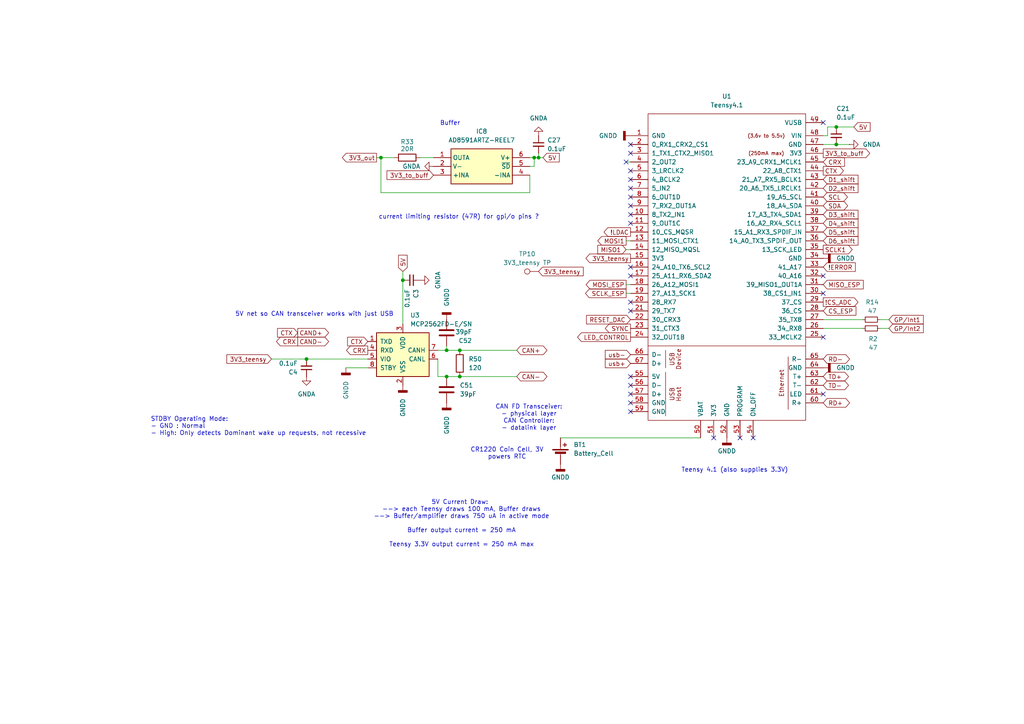
<source format=kicad_sch>
(kicad_sch (version 20250114) (generator "eeschema") (generator_version "9.0")
  (paper "A4")
  (lib_symbols
    (symbol "22XT_Main:AD8591ARTZ-REEL7"
      (property "Reference" "IC" (at 24.13 7.62 0))
      (property "Value" "AD8591ARTZ-REEL7" (at 24.13 5.08 0))
      (symbol "AD8591ARTZ-REEL7_1_1"
        (rectangle (start 5.08 2.54) (end 22.86 -7.62) (stroke (width 0.254)) (fill (type background)))
        (pin passive line (at 0 0 0) (length 5.08) (name "OUTA") (number "1"))
        (pin passive line (at 0 -2.54 0) (length 5.08) (name "V-") (number "2"))
        (pin passive line (at 0 -5.08 0) (length 5.08) (name "+INA") (number "3"))
        (pin passive line (at 27.94 0 180) (length 5.08) (name "V+") (number "6"))
        (pin passive line (at 27.94 -2.54 180) (length 5.08) (name "~{SD}") (number "5"))
        (pin passive line (at 27.94 -5.08 180) (length 5.08) (name "-INA") (number "4"))
      )
    )
    (symbol "22XT_Main:Teensy4.1" (pin_names (offset 1.016))
      (property "Reference" "U" (at 0 64.77 0))
      (property "Value" "Teensy4.1" (at 0 62.23 0))
      (symbol "Teensy4.1_0_0"
        (polyline (pts (xy -22.86 -6.35) (xy 22.86 -6.35)))
        (polyline (pts (xy -17.78 -7.62) (xy -17.78 -12.7)))
        (polyline (pts (xy -17.78 -26.67) (xy -17.78 -13.97)))
        (polyline (pts (xy 17.78 -9.525) (xy 17.78 -24.765)))
        (text "USB" (at -15.875 -10.16 900) (effects (font (size 1.27 1.27))))
        (text "USB" (at -15.875 -20.32 900) (effects (font (size 1.27 1.27))))
        (text "Device" (at -13.97 -10.16 900) (effects (font (size 1.27 1.27))))
        (text "Host" (at -13.97 -20.32 900) (effects (font (size 1.27 1.27))))
        (text "(3.6v to 5.5v)" (at 11.43 54.61 0) (effects (font (size 1.016 1.016))))
        (text "(250mA max)" (at 11.43 49.53 0) (effects (font (size 1.016 1.016))))
        (text "Ethernet" (at 15.875 -17.145 900) (effects (font (size 1.27 1.27))))
        (pin bidirectional line (at -27.94 44.45 0) (length 5.08) (name "3_LRCLK2") (number "5"))
        (pin bidirectional line (at -27.94 41.91 0) (length 5.08) (name "4_BCLK2") (number "6"))
        (pin bidirectional line (at -27.94 39.37 0) (length 5.08) (name "5_IN2") (number "7"))
        (pin bidirectional line (at -27.94 36.83 0) (length 5.08) (name "6_OUT1D") (number "8"))
        (pin bidirectional line (at -27.94 34.29 0) (length 5.08) (name "7_RX2_OUT1A") (number "9"))
        (pin bidirectional line (at -27.94 31.75 0) (length 5.08) (name "8_TX2_IN1") (number "10"))
        (pin bidirectional line (at -27.94 29.21 0) (length 5.08) (name "9_OUT1C") (number "11"))
        (pin bidirectional line (at -27.94 26.67 0) (length 5.08) (name "10_CS_MQSR") (number "12"))
        (pin bidirectional line (at -27.94 24.13 0) (length 5.08) (name "11_MOSI_CTX1") (number "13"))
        (pin bidirectional line (at -27.94 21.59 0) (length 5.08) (name "12_MISO_MQSL") (number "14"))
        (pin power_in line (at -27.94 19.05 0) (length 5.08) (name "3V3") (number "15"))
        (pin bidirectional line (at -27.94 16.51 0) (length 5.08) (name "24_A10_TX6_SCL2") (number "16"))
        (pin bidirectional line (at -27.94 13.97 0) (length 5.08) (name "25_A11_RX6_SDA2") (number "17"))
        (pin bidirectional line (at -27.94 11.43 0) (length 5.08) (name "26_A12_MOSI1") (number "18"))
        (pin bidirectional line (at -27.94 8.89 0) (length 5.08) (name "27_A13_SCK1") (number "19"))
        (pin bidirectional line (at -27.94 6.35 0) (length 5.08) (name "28_RX7") (number "20"))
        (pin bidirectional line (at -27.94 3.81 0) (length 5.08) (name "29_TX7") (number "21"))
        (pin bidirectional line (at -27.94 1.27 0) (length 5.08) (name "30_CRX3") (number "22"))
        (pin bidirectional line (at -27.94 -1.27 0) (length 5.08) (name "31_CTX3") (number "23"))
        (pin bidirectional line (at -27.94 -3.81 0) (length 5.08) (name "32_OUT1B") (number "24"))
        (pin bidirectional line (at -27.94 -8.89 0) (length 5.08) (name "D-") (number "66"))
        (pin bidirectional line (at -27.94 -11.43 0) (length 5.08) (name "D+") (number "67"))
        (pin power_out line (at -27.94 -15.24 0) (length 5.08) (name "5V") (number "55"))
        (pin bidirectional line (at -27.94 -17.78 0) (length 5.08) (name "D-") (number "56"))
        (pin bidirectional line (at -27.94 -20.32 0) (length 5.08) (name "D+") (number "57"))
        (pin power_in line (at -27.94 -22.86 0) (length 5.08) (name "GND") (number "58"))
        (pin power_in line (at -27.94 -25.4 0) (length 5.08) (name "GND") (number "59"))
        (pin power_in line (at -7.62 -33.02 90) (length 5.08) (name "VBAT") (number "50"))
        (pin power_in line (at -3.81 -33.02 90) (length 5.08) (name "3V3") (number "51"))
        (pin input line (at 0 -33.02 90) (length 5.08) (name "GND") (number "52"))
        (pin input line (at 3.81 -33.02 90) (length 5.08) (name "PROGRAM") (number "53"))
        (pin input line (at 7.62 -33.02 90) (length 5.08) (name "ON_OFF") (number "54"))
        (pin power_out line (at 27.94 58.42 180) (length 5.08) (name "VUSB") (number "49"))
        (pin power_in line (at 27.94 54.61 180) (length 5.08) (name "VIN") (number "48"))
        (pin output line (at 27.94 52.07 180) (length 5.08) (name "GND") (number "47"))
        (pin output line (at 27.94 49.53 180) (length 5.08) (name "3V3") (number "46"))
        (pin bidirectional line (at 27.94 46.99 180) (length 5.08) (name "23_A9_CRX1_MCLK1") (number "45"))
        (pin bidirectional line (at 27.94 44.45 180) (length 5.08) (name "22_A8_CTX1") (number "44"))
        (pin bidirectional line (at 27.94 41.91 180) (length 5.08) (name "21_A7_RX5_BCLK1") (number "43"))
        (pin bidirectional line (at 27.94 39.37 180) (length 5.08) (name "20_A6_TX5_LRCLK1") (number "42"))
        (pin bidirectional line (at 27.94 36.83 180) (length 5.08) (name "19_A5_SCL") (number "41"))
        (pin bidirectional line (at 27.94 34.29 180) (length 5.08) (name "18_A4_SDA") (number "40"))
        (pin bidirectional line (at 27.94 31.75 180) (length 5.08) (name "17_A3_TX4_SDA1") (number "39"))
        (pin bidirectional line (at 27.94 29.21 180) (length 5.08) (name "16_A2_RX4_SCL1") (number "38"))
        (pin bidirectional line (at 27.94 26.67 180) (length 5.08) (name "15_A1_RX3_SPDIF_IN") (number "37"))
        (pin bidirectional line (at 27.94 24.13 180) (length 5.08) (name "14_A0_TX3_SPDIF_OUT") (number "36"))
        (pin bidirectional line (at 27.94 21.59 180) (length 5.08) (name "13_SCK_LED") (number "35"))
        (pin bidirectional line (at 27.94 16.51 180) (length 5.08) (name "41_A17") (number "33"))
        (pin bidirectional line (at 27.94 13.97 180) (length 5.08) (name "40_A16") (number "32"))
        (pin bidirectional line (at 27.94 11.43 180) (length 5.08) (name "39_MISO1_OUT1A") (number "31"))
        (pin bidirectional line (at 27.94 8.89 180) (length 5.08) (name "38_CS1_IN1") (number "30"))
        (pin bidirectional line (at 27.94 6.35 180) (length 5.08) (name "37_CS") (number "29"))
        (pin bidirectional line (at 27.94 3.81 180) (length 5.08) (name "36_CS") (number "28"))
        (pin bidirectional line (at 27.94 1.27 180) (length 5.08) (name "35_TX8") (number "27"))
        (pin bidirectional line (at 27.94 -1.27 180) (length 5.08) (name "34_RX8") (number "26"))
        (pin bidirectional line (at 27.94 -3.81 180) (length 5.08) (name "33_MCLK2") (number "25"))
        (pin bidirectional line (at 27.94 -10.16 180) (length 5.08) (name "R-") (number "65"))
        (pin power_in line (at 27.94 -12.7 180) (length 5.08) (name "GND") (number "64"))
        (pin bidirectional line (at 27.94 -15.24 180) (length 5.08) (name "T+") (number "63"))
        (pin bidirectional line (at 27.94 -17.78 180) (length 5.08) (name "T-") (number "62"))
        (pin bidirectional line (at 27.94 -20.32 180) (length 5.08) (name "LED") (number "61"))
        (pin bidirectional line (at 27.94 -22.86 180) (length 5.08) (name "R+") (number "60"))
      )
      (symbol "Teensy4.1_0_1"
        (rectangle (start -22.86 60.96) (end 22.86 -27.94))
        (rectangle (start -20.32 -1.27) (end -20.32 -1.27))
      )
      (symbol "Teensy4.1_1_1"
        (pin power_in line (at -27.94 54.61 0) (length 5.08) (name "GND") (number "1"))
        (pin bidirectional line (at -27.94 52.07 0) (length 5.08) (name "0_RX1_CRX2_CS1") (number "2"))
        (pin bidirectional line (at -27.94 49.53 0) (length 5.08) (name "1_TX1_CTX2_MISO1") (number "3"))
        (pin bidirectional line (at -27.94 46.99 0) (length 5.08) (name "2_OUT2") (number "4"))
        (pin power_in line (at 27.94 19.05 180) (length 5.08) (name "GND") (number "34"))
      )
    )
    (symbol "Connector:TestPoint" (pin_numbers (hide yes)) (pin_names (offset 0.762) (hide yes))
      (property "Reference" "TP" (at 0 6.858 0))
      (property "Value" "TestPoint" (at 0 5.08 0))
      (symbol "TestPoint_0_1"
        (circle (center 0 3.302) (radius 0.762))
      )
      (symbol "TestPoint_1_1"
        (pin passive line (at 0 0 90) (length 2.54) (name "1") (number "1"))
      )
    )
    (symbol "Device:Battery_Cell" (pin_numbers (hide yes)) (pin_names (offset 0) (hide yes))
      (property "Reference" "BT" (at 2.54 2.54 0))
      (property "Value" "Battery_Cell" (at 2.54 0 0))
      (symbol "Battery_Cell_0_1"
        (rectangle (start -2.286 1.778) (end 2.286 1.524) (fill (type outline)))
        (rectangle (start -1.524 1.016) (end 1.524 0.508) (fill (type outline)))
        (polyline (pts (xy 0 1.778) (xy 0 2.54)))
        (polyline (pts (xy 0 0.762) (xy 0 0)))
        (polyline (pts (xy 0.762 3.048) (xy 1.778 3.048)) (stroke (width 0.254)))
        (polyline (pts (xy 1.27 3.556) (xy 1.27 2.54)) (stroke (width 0.254)))
      )
      (symbol "Battery_Cell_1_1"
        (pin passive line (at 0 5.08 270) (length 2.54) (name "+") (number "1"))
        (pin passive line (at 0 -2.54 90) (length 2.54) (name "-") (number "2"))
      )
    )
    (symbol "Device:C" (pin_numbers (hide yes)) (pin_names (offset 0.254))
      (property "Reference" "C" (at 0.635 2.54 0))
      (property "Value" "C" (at 0.635 -2.54 0))
      (symbol "C_0_1"
        (polyline (pts (xy -2.032 0.762) (xy 2.032 0.762)) (stroke (width 0.508)))
        (polyline (pts (xy -2.032 -0.762) (xy 2.032 -0.762)) (stroke (width 0.508)))
      )
      (symbol "C_1_1"
        (pin passive line (at 0 3.81 270) (length 2.794) (name "~") (number "1"))
        (pin passive line (at 0 -3.81 90) (length 2.794) (name "~") (number "2"))
      )
    )
    (symbol "Device:C_Small" (pin_numbers (hide yes)) (pin_names (offset 0.254) (hide yes))
      (property "Reference" "C" (at 0.254 1.778 0))
      (property "Value" "C_Small" (at 0.254 -2.032 0))
      (symbol "C_Small_0_1"
        (polyline (pts (xy -1.524 0.508) (xy 1.524 0.508)) (stroke (width 0.3048)))
        (polyline (pts (xy -1.524 -0.508) (xy 1.524 -0.508)) (stroke (width 0.3302)))
      )
      (symbol "C_Small_1_1"
        (pin passive line (at 0 2.54 270) (length 2.032) (name "~") (number "1"))
        (pin passive line (at 0 -2.54 90) (length 2.032) (name "~") (number "2"))
      )
    )
    (symbol "Device:R" (pin_numbers (hide yes)) (pin_names (offset 0))
      (property "Reference" "R" (at 2.032 0 90))
      (property "Value" "R" (at 0 0 90))
      (symbol "R_0_1"
        (rectangle (start -1.016 -2.54) (end 1.016 2.54) (stroke (width 0.254)))
      )
      (symbol "R_1_1"
        (pin passive line (at 0 3.81 270) (length 1.27) (name "~") (number "1"))
        (pin passive line (at 0 -3.81 90) (length 1.27) (name "~") (number "2"))
      )
    )
    (symbol "Device:R_Small" (pin_numbers (hide yes)) (pin_names (offset 0.254) (hide yes))
      (property "Reference" "R" (at 0.762 0.508 0))
      (property "Value" "R_Small" (at 0.762 -1.016 0))
      (symbol "R_Small_0_1"
        (rectangle (start -0.762 1.778) (end 0.762 -1.778) (stroke (width 0.2032)))
      )
      (symbol "R_Small_1_1"
        (pin passive line (at 0 2.54 270) (length 0.762) (name "~") (number "1"))
        (pin passive line (at 0 -2.54 90) (length 0.762) (name "~") (number "2"))
      )
    )
    (symbol "Interface_CAN_LIN:SN65HVD230" (pin_names (offset 1.016))
      (property "Reference" "U3" (at 2.1433 10.16 0))
      (property "Value" "MCP2562FD-E/SN" (at 2.1433 7.62 0))
      (symbol "SN65HVD230_0_1"
        (rectangle (start -7.62 5.08) (end 7.62 -7.62) (stroke (width 0.254)) (fill (type background)))
      )
      (symbol "SN65HVD230_1_1"
        (pin input line (at -10.16 2.54 0) (length 2.54) (name "TXD") (number "1"))
        (pin output line (at -10.16 0 0) (length 2.54) (name "RXD") (number "4"))
        (pin output line (at -10.16 -2.54 0) (length 2.54) (name "VIO") (number "5"))
        (pin input line (at -10.16 -5.08 0) (length 2.54) (name "STBY") (number "8"))
        (pin power_in line (at 0 7.62 270) (length 2.54) (name "VDD") (number "3"))
        (pin power_in line (at 0 -10.16 90) (length 2.54) (name "VSS") (number "2"))
        (pin bidirectional line (at 10.16 0 180) (length 2.54) (name "CANH") (number "7"))
        (pin bidirectional line (at 10.16 -2.54 180) (length 2.54) (name "CANL") (number "6"))
      )
    )
    (symbol "power:GND" (power) (pin_numbers (hide yes)) (pin_names (offset 0) (hide yes))
      (property "Value" "GND" (at 0 -3.81 0))
      (symbol "GND_0_1"
        (polyline (pts (xy 0 0) (xy 0 -1.27) (xy 1.27 -1.27) (xy 0 -2.54) (xy -1.27 -1.27) (xy 0 -1.27)))
      )
      (symbol "GND_1_1"
        (pin power_in line (at 0 0 270) (length 0) (name "~") (number "1"))
      )
    )
    (symbol "power:GNDA" (power) (pin_numbers (hide yes)) (pin_names (offset 0) (hide yes))
      (property "Value" "GNDA" (at 0 -3.81 0))
      (symbol "GNDA_0_1"
        (polyline (pts (xy 0 0) (xy 0 -1.27) (xy 1.27 -1.27) (xy 0 -2.54) (xy -1.27 -1.27) (xy 0 -1.27)))
      )
      (symbol "GNDA_1_1"
        (pin power_in line (at 0 0 270) (length 0) (name "~") (number "1"))
      )
    )
    (symbol "power:GNDD" (power) (pin_numbers (hide yes)) (pin_names (offset 0) (hide yes))
      (property "Value" "GNDD" (at 0 -3.175 0))
      (symbol "GNDD_0_1"
        (rectangle (start -1.27 -1.524) (end 1.27 -2.032) (stroke (width 0.254)) (fill (type outline)))
        (polyline (pts (xy 0 0) (xy 0 -1.524)))
      )
      (symbol "GNDD_1_1"
        (pin power_in line (at 0 0 270) (length 0) (name "~") (number "1"))
      )
    )
  )
  (text "Buffer\n" (at 130.556 35.814 0) (effects (font (size 1.27 1.27))))
  (text "5V Current Draw: \n--> each Teensy draws 100 mA, Buffer draws\n--> Buffer/amplifier draws 750 uA in active mode\n\nBuffer output current = 250 mA\n\nTeensy 3.3V output current = 250 mA max\n" (at 133.858 151.892 0) (effects (font (size 1.27 1.27))))
  (text "STDBY Operating Mode:\n- GND : Normal \n- High: Only detects Dominant wake up requests, not recessive" (at 43.688 123.698 0) (effects (font (size 1.27 1.27)) (justify left)))
  (text "CR1220 Coin Cell, 3V\npowers RTC" (at 147.066 131.572 0) (effects (font (size 1.27 1.27))))
  (text "Teensy 4.1 (also supplies 3.3V)" (at 213.106 136.398 0) (effects (font (size 1.27 1.27))))
  (text "5V net so CAN transceiver works with just USB" (at 91.186 91.186 0) (effects (font (size 1.27 1.27))))
  (text "CAN FD Transceiver:\n- physical layer\nCAN Controller:\n- datalink layer" (at 153.416 121.158 0) (effects (font (size 1.27 1.27))))
  (text "current limiting resistor (47R) for gpi/o pins ?" (at 133.096 62.992 0) (effects (font (size 1.27 1.27))))
  (junction (at 129.54 109.22))
  (junction (at 88.9 104.14))
  (junction (at 242.57 36.83))
  (junction (at 116.84 81.28))
  (junction (at 129.54 101.6))
  (junction (at 156.21 45.72))
  (junction (at 242.57 41.91))
  (junction (at 154.94 45.72))
  (junction (at 133.35 101.6))
  (junction (at 133.35 109.22))
  (junction (at 110.49 45.72))
  (no_connect (at 182.88 109.22))
  (no_connect (at 238.76 85.09))
  (no_connect (at 238.76 35.56))
  (no_connect (at 182.88 114.3))
  (no_connect (at 182.88 41.91))
  (no_connect (at 182.88 62.23))
  (no_connect (at 182.88 49.53))
  (no_connect (at 182.88 119.38))
  (no_connect (at 182.88 116.84))
  (no_connect (at 182.88 54.61))
  (no_connect (at 218.44 127))
  (no_connect (at 238.76 114.3))
  (no_connect (at 182.88 77.47))
  (no_connect (at 207.01 127))
  (no_connect (at 182.88 52.07))
  (no_connect (at 238.76 80.01))
  (no_connect (at 182.88 64.77))
  (no_connect (at 182.88 57.15))
  (no_connect (at 214.63 127))
  (no_connect (at 181.61 46.99))
  (no_connect (at 238.76 97.79))
  (no_connect (at 182.88 44.45))
  (no_connect (at 182.88 111.76))
  (no_connect (at 182.88 59.69))
  (no_connect (at 182.88 80.01))
  (no_connect (at 182.88 90.17))
  (no_connect (at 182.88 87.63))
  (wire (pts (xy 250.19 92.71) (xy 238.76 92.71)))
  (wire (pts (xy 133.35 109.22) (xy 129.54 109.22)))
  (wire (pts (xy 156.21 44.45) (xy 156.21 45.72)))
  (wire (pts (xy 121.92 45.72) (xy 125.73 45.72)))
  (wire (pts (xy 110.49 45.72) (xy 110.49 55.88)))
  (wire (pts (xy 153.67 50.8) (xy 153.67 55.88)))
  (wire (pts (xy 88.9 104.14) (xy 106.68 104.14)))
  (wire (pts (xy 153.67 45.72) (xy 154.94 45.72)))
  (wire (pts (xy 149.86 101.6) (xy 133.35 101.6)))
  (wire (pts (xy 100.33 106.68) (xy 106.68 106.68)))
  (wire (pts (xy 154.94 45.72) (xy 154.94 48.26)))
  (wire (pts (xy 246.38 41.91) (xy 242.57 41.91)))
  (wire (pts (xy 129.54 101.6) (xy 127 101.6)))
  (wire (pts (xy 114.3 45.72) (xy 110.49 45.72)))
  (wire (pts (xy 109.22 45.72) (xy 110.49 45.72)))
  (wire (pts (xy 242.57 41.91) (xy 238.76 41.91)))
  (wire (pts (xy 127 109.22) (xy 127 104.14)))
  (wire (pts (xy 133.35 101.6) (xy 129.54 101.6)))
  (wire (pts (xy 162.56 127) (xy 203.2 127)))
  (wire (pts (xy 156.21 45.72) (xy 157.48 45.72)))
  (wire (pts (xy 78.74 104.14) (xy 88.9 104.14)))
  (wire (pts (xy 116.84 78.74) (xy 116.84 81.28)))
  (wire (pts (xy 242.57 36.83) (xy 240.03 36.83)))
  (wire (pts (xy 129.54 109.22) (xy 127 109.22)))
  (wire (pts (xy 255.27 95.25) (xy 257.81 95.25)))
  (wire (pts (xy 181.61 69.85) (xy 182.88 69.85)))
  (wire (pts (xy 116.84 81.28) (xy 116.84 93.98)))
  (wire (pts (xy 255.27 92.71) (xy 257.81 92.71)))
  (wire (pts (xy 129.54 100.33) (xy 129.54 101.6)))
  (wire (pts (xy 181.61 72.39) (xy 182.88 72.39)))
  (wire (pts (xy 181.61 85.09) (xy 182.88 85.09)))
  (wire (pts (xy 247.65 36.83) (xy 242.57 36.83)))
  (wire (pts (xy 181.61 82.55) (xy 182.88 82.55)))
  (wire (pts (xy 240.03 39.37) (xy 238.76 39.37)))
  (wire (pts (xy 250.19 95.25) (xy 238.76 95.25)))
  (wire (pts (xy 181.61 46.99) (xy 182.88 46.99)))
  (wire (pts (xy 154.94 48.26) (xy 153.67 48.26)))
  (wire (pts (xy 153.67 55.88) (xy 110.49 55.88)))
  (wire (pts (xy 149.86 109.22) (xy 133.35 109.22)))
  (wire (pts (xy 154.94 45.72) (xy 156.21 45.72)))
  (wire (pts (xy 240.03 36.83) (xy 240.03 39.37)))
  (global_label "MISO_ESP" (shape input) (at 238.76 82.55 0) (property "Intersheetrefs" "${INTERSHEET_REFS}" (effects (hide yes))))
  (global_label "RD+" (shape bidirectional) (at 238.76 116.84 0) (property "Intersheetrefs" "${INTERSHEET_REFS}" (effects (hide yes))))
  (global_label "D1_shift" (shape input) (at 238.76 52.07 0) (property "Intersheetrefs" "${INTERSHEET_REFS}" (effects (hide yes))))
  (global_label "CTX" (shape output) (at 238.76 49.53 0) (property "Intersheetrefs" "${INTERSHEET_REFS}" (effects (hide yes))))
  (global_label "TD-" (shape bidirectional) (at 238.76 111.76 0) (property "Intersheetrefs" "${INTERSHEET_REFS}" (effects (hide yes))))
  (global_label "D6_shift" (shape input) (at 238.76 69.85 0) (property "Intersheetrefs" "${INTERSHEET_REFS}" (effects (hide yes))))
  (global_label "CRX" (shape output) (at 106.68 101.6 180) (property "Intersheetrefs" "${INTERSHEET_REFS}" (effects (hide yes))))
  (global_label "MOSI_ESP" (shape output) (at 181.61 82.55 180) (property "Intersheetrefs" "${INTERSHEET_REFS}" (effects (hide yes))))
  (global_label "CAN+" (shape bidirectional) (at 149.86 101.6 0) (property "Intersheetrefs" "${INTERSHEET_REFS}" (effects (hide yes))))
  (global_label "3V3_to_buff" (shape input) (at 125.73 50.8 180) (property "Intersheetrefs" "${INTERSHEET_REFS}" (effects (hide yes))))
  (global_label "CAN-" (shape bidirectional) (at 149.86 109.22 0) (property "Intersheetrefs" "${INTERSHEET_REFS}" (effects (hide yes))))
  (global_label "TD+" (shape bidirectional) (at 238.76 109.22 0) (property "Intersheetrefs" "${INTERSHEET_REFS}" (effects (hide yes))))
  (global_label "3V3_teensy" (shape input) (at 78.74 104.14 180) (property "Intersheetrefs" "${INTERSHEET_REFS}" (effects (hide yes))))
  (global_label "3V3_teensy" (shape input) (at 156.21 78.74 0) (property "Intersheetrefs" "${INTERSHEET_REFS}" (effects (hide yes))))
  (global_label "SCLK_ESP" (shape output) (at 181.61 85.09 180) (property "Intersheetrefs" "${INTERSHEET_REFS}" (effects (hide yes))))
  (global_label "usb-" (shape input) (at 182.88 102.87 180) (property "Intersheetrefs" "${INTERSHEET_REFS}" (effects (hide yes))))
  (global_label "SCL" (shape bidirectional) (at 238.76 57.15 0) (property "Intersheetrefs" "${INTERSHEET_REFS}" (effects (hide yes))))
  (global_label "usb+" (shape input) (at 182.88 105.41 180) (property "Intersheetrefs" "${INTERSHEET_REFS}" (effects (hide yes))))
  (global_label "CS_ESP" (shape input) (at 238.76 90.17 0) (property "Intersheetrefs" "${INTERSHEET_REFS}" (effects (hide yes))))
  (global_label "5V" (shape input) (at 247.65 36.83 0) (property "Intersheetrefs" "${INTERSHEET_REFS}" (effects (hide yes))))
  (global_label "3V3_to_buff" (shape output) (at 238.76 44.45 0) (property "Intersheetrefs" "${INTERSHEET_REFS}" (effects (hide yes))))
  (global_label "SDA" (shape bidirectional) (at 238.76 59.69 0) (property "Intersheetrefs" "${INTERSHEET_REFS}" (effects (hide yes))))
  (global_label "CTX" (shape input) (at 106.68 99.06 180) (property "Intersheetrefs" "${INTERSHEET_REFS}" (effects (hide yes))))
  (global_label "LED_CONTROL" (shape output) (at 182.88 97.79 180) (property "Intersheetrefs" "${INTERSHEET_REFS}" (effects (hide yes))))
  (global_label "D4_shift" (shape input) (at 238.76 64.77 0) (property "Intersheetrefs" "${INTERSHEET_REFS}" (effects (hide yes))))
  (global_label "CAND+" (shape output) (at 86.36 96.52 0) (property "Intersheetrefs" "${INTERSHEET_REFS}" (effects (hide yes))))
  (global_label "MOSI1" (shape output) (at 181.61 69.85 180) (property "Intersheetrefs" "${INTERSHEET_REFS}" (effects (hide yes))))
  (global_label "RD-" (shape bidirectional) (at 238.76 104.14 0) (property "Intersheetrefs" "${INTERSHEET_REFS}" (effects (hide yes))))
  (global_label "!CS_ADC" (shape output) (at 238.76 87.63 0) (property "Intersheetrefs" "${INTERSHEET_REFS}" (effects (hide yes))))
  (global_label "5V" (shape input) (at 157.48 45.72 0) (property "Intersheetrefs" "${INTERSHEET_REFS}" (effects (hide yes))))
  (global_label "!LDAC" (shape output) (at 182.88 67.31 180) (property "Intersheetrefs" "${INTERSHEET_REFS}" (effects (hide yes))))
  (global_label "CTX" (shape input) (at 86.36 96.52 180) (property "Intersheetrefs" "${INTERSHEET_REFS}" (effects (hide yes))))
  (global_label "GP{slash}Int2" (shape input) (at 257.81 95.25 0) (property "Intersheetrefs" "${INTERSHEET_REFS}" (effects (hide yes))))
  (global_label "SYNC" (shape output) (at 182.88 95.25 180) (property "Intersheetrefs" "${INTERSHEET_REFS}" (effects (hide yes))))
  (global_label "!ERROR" (shape input) (at 238.76 77.47 0) (property "Intersheetrefs" "${INTERSHEET_REFS}" (effects (hide yes))))
  (global_label "MISO1" (shape input) (at 181.61 72.39 180) (property "Intersheetrefs" "${INTERSHEET_REFS}" (effects (hide yes))))
  (global_label "RESET_DAC" (shape input) (at 182.88 92.71 180) (property "Intersheetrefs" "${INTERSHEET_REFS}" (effects (hide yes))))
  (global_label "CRX" (shape input) (at 238.76 46.99 0) (property "Intersheetrefs" "${INTERSHEET_REFS}" (effects (hide yes))))
  (global_label "CAND-" (shape output) (at 86.36 99.06 0) (property "Intersheetrefs" "${INTERSHEET_REFS}" (effects (hide yes))))
  (global_label "3V3_teensy" (shape output) (at 182.88 74.93 180) (property "Intersheetrefs" "${INTERSHEET_REFS}" (effects (hide yes))))
  (global_label "D2_shift" (shape input) (at 238.76 54.61 0) (property "Intersheetrefs" "${INTERSHEET_REFS}" (effects (hide yes))))
  (global_label "D5_shift" (shape input) (at 238.76 67.31 0) (property "Intersheetrefs" "${INTERSHEET_REFS}" (effects (hide yes))))
  (global_label "CRX" (shape output) (at 86.36 99.06 180) (property "Intersheetrefs" "${INTERSHEET_REFS}" (effects (hide yes))))
  (global_label "3V3_out" (shape output) (at 109.22 45.72 180) (property "Intersheetrefs" "${INTERSHEET_REFS}" (effects (hide yes))))
  (global_label "GP{slash}Int1" (shape input) (at 257.81 92.71 0) (property "Intersheetrefs" "${INTERSHEET_REFS}" (effects (hide yes))))
  (global_label "D3_shift" (shape input) (at 238.76 62.23 0) (property "Intersheetrefs" "${INTERSHEET_REFS}" (effects (hide yes))))
  (global_label "SCLK1" (shape output) (at 238.76 72.39 0) (property "Intersheetrefs" "${INTERSHEET_REFS}" (effects (hide yes))))
  (global_label "5V" (shape input) (at 116.84 78.74 90) (property "Intersheetrefs" "${INTERSHEET_REFS}" (effects (hide yes))))
  (symbol (lib_id "power:GNDA") (at 121.92 81.28 90) (unit 1)
    (property "Reference" "#PWR02" (effects (hide yes)))
    (property "Value" "GNDA" (at 127 81.28 0))
    (property "Description" "Power symbol creates a global label with name \"GNDA\" , analog ground" (effects (hide yes)))
  )
  (symbol (lib_id "Device:Battery_Cell") (at 162.56 132.08 0) (unit 1)
    (property "Reference" "BT1" (at 166.37 128.9684 0) (effects (justify left)))
    (property "Value" "Battery_Cell" (at 166.37 131.5084 0) (effects (justify left)))
    (property "Footprint" "Battery:BatteryHolder_LINX_BAT-HLD-012-SMT" (effects (hide yes)))
    (property "Description" "Single-cell battery" (effects (hide yes)))
  )
  (symbol (lib_id "power:GNDD") (at 238.76 106.68 90) (unit 1)
    (property "Reference" "#PWR036" (effects (hide yes)))
    (property "Value" "GNDD" (at 242.57 106.6799 90) (effects (justify right)))
    (property "Description" "Power symbol creates a global label with name \"GNDD\" , digital ground" (effects (hide yes)))
  )
  (symbol (lib_id "power:GNDD") (at 129.54 116.84 0) (unit 1)
    (property "Reference" "#PWR096" (effects (hide yes)))
    (property "Value" "GNDD" (at 129.5399 120.65 90) (effects (justify right)))
    (property "Description" "Power symbol creates a global label with name \"GNDD\" , digital ground" (effects (hide yes)))
  )
  (symbol (lib_id "power:GNDD") (at 162.56 134.62 0) (unit 1)
    (property "Reference" "#PWR049" (effects (hide yes)))
    (property "Value" "GNDD" (at 162.56 138.43 0))
    (property "Description" "Power symbol creates a global label with name \"GNDD\" , digital ground" (effects (hide yes)))
  )
  (symbol (lib_id "power:GNDD") (at 238.76 74.93 90) (unit 1)
    (property "Reference" "#PWR042" (effects (hide yes)))
    (property "Value" "GNDD" (at 242.57 74.9299 90) (effects (justify right)))
    (property "Description" "Power symbol creates a global label with name \"GNDD\" , digital ground" (effects (hide yes)))
  )
  (symbol (lib_id "power:GNDD") (at 182.88 39.37 270) (unit 1)
    (property "Reference" "#PWR014" (effects (hide yes)))
    (property "Value" "GNDD" (at 179.07 39.3699 90) (effects (justify right)))
    (property "Description" "Power symbol creates a global label with name \"GNDD\" , digital ground" (effects (hide yes)))
  )
  (symbol (lib_id "power:GNDA") (at 125.73 48.26 270) (unit 1)
    (property "Reference" "#PWR034" (effects (hide yes)))
    (property "Value" "GNDA" (at 121.92 48.2599 90) (effects (justify right)))
    (property "Description" "Power symbol creates a global label with name \"GNDA\" , analog ground" (effects (hide yes)))
  )
  (symbol (lib_id "22XT_Main:AD8591ARTZ-REEL7") (at 125.73 45.72 0) (unit 1)
    (property "Reference" "IC8" (at 139.7 38.1 0))
    (property "Value" "AD8591ARTZ-REEL7" (at 139.7 40.64 0))
    (property "Footprint" "22XT_Main:SOT95P280X145-6N" (effects (hide yes)))
    (property "Datasheet" "https://ms.componentsearchengine.com/Datasheets/2/AD8591ARTZ-REEL7.pdf" (effects (hide yes)))
    (property "Description" "AD8591ARTZ-REEL7 Analog Devices, Precision, Op Amp, RRIO, 3MHz 1 MHz, 2.5  6 V, 6-Pin SOT-23 CMOS Single-Supply, Rail-to-Rail Input/Output Operational Amplifiers with Shutdown" (effects (hide yes)))
    (property "Height" "1.45" (effects (hide yes)))
    (property "Mouser Part Number" "584-AD8591ARTZ-R7" (effects (hide yes)))
    (property "Mouser Price/Stock" "https://www.mouser.co.uk/ProductDetail/Analog-Devices/AD8591ARTZ-REEL7?qs=%2FtpEQrCGXCzQDNVfr2%252Bf9g%3D%3D" (effects (hide yes)))
    (property "Manufacturer_Name" "Analog Devices" (effects (hide yes)))
    (property "Manufacturer_Part_Number" "AD8591ARTZ-REEL7" (effects (hide yes)))
  )
  (symbol (lib_id "power:GNDD") (at 210.82 127 0) (unit 1)
    (property "Reference" "#PWR035" (effects (hide yes)))
    (property "Value" "GNDD" (at 210.82 130.81 0))
    (property "Description" "Power symbol creates a global label with name \"GNDD\" , digital ground" (effects (hide yes)))
  )
  (symbol (lib_id "Device:R_Small") (at 252.73 95.25 270) (unit 1)
    (property "Reference" "R2" (at 253.238 98.298 90))
    (property "Value" "47" (at 253.238 100.838 90))
    (property "Footprint" "Resistor_SMD:R_0402_1005Metric" (effects (hide yes)))
    (property "Description" "Resistor, small symbol" (effects (hide yes)))
  )
  (symbol (lib_id "Device:C_Small") (at 242.57 39.37 0) (unit 1)
    (property "Reference" "C21" (at 242.57 31.496 0) (effects (justify left)))
    (property "Value" "0.1uF" (at 242.57 34.036 0) (effects (justify left)))
    (property "Footprint" "Capacitor_SMD:C_0402_1005Metric" (effects (hide yes)))
    (property "Description" "Unpolarized capacitor, small symbol" (effects (hide yes)))
  )
  (symbol (lib_id "Device:R") (at 118.11 45.72 90) (unit 1)
    (property "Reference" "R33" (at 118.11 41.148 90))
    (property "Value" "20R" (at 118.11 43.18 90))
    (property "Footprint" "Resistor_SMD:R_0402_1005Metric" (effects (hide yes)))
    (property "Description" "Resistor" (effects (hide yes)))
  )
  (symbol (lib_id "Connector:TestPoint") (at 156.21 78.74 90) (unit 1)
    (property "Reference" "TP10" (at 152.908 73.66 90))
    (property "Value" "3V3_teensy TP" (at 152.908 76.2 90))
    (property "Footprint" "TestPoint:TestPoint_Pad_1.0x1.0mm" (effects (hide yes)))
    (property "Description" "test point" (effects (hide yes)))
  )
  (symbol (lib_id "Device:C_Small") (at 119.38 81.28 270) (unit 1)
    (property "Reference" "C3" (at 120.6438 83.82 0) (effects (justify left)))
    (property "Value" "0.1uF" (at 118.1038 83.82 0) (effects (justify left)))
    (property "Footprint" "Capacitor_SMD:C_0402_1005Metric" (effects (hide yes)))
    (property "Description" "Unpolarized capacitor, small symbol" (effects (hide yes)))
  )
  (symbol (lib_id "power:GNDD") (at 129.54 92.71 180) (unit 1)
    (property "Reference" "#PWR097" (effects (hide yes)))
    (property "Value" "GNDD" (at 129.5401 88.9 90) (effects (justify right)))
    (property "Description" "Power symbol creates a global label with name \"GNDD\" , digital ground" (effects (hide yes)))
  )
  (symbol (lib_id "power:GNDD") (at 116.84 111.76 0) (unit 1)
    (property "Reference" "#PWR077" (effects (hide yes)))
    (property "Value" "GNDD" (at 116.8399 115.57 90) (effects (justify right)))
    (property "Description" "Power symbol creates a global label with name \"GNDD\" , digital ground" (effects (hide yes)))
  )
  (symbol (lib_id "22XT_Main:Teensy4.1") (at 210.82 93.98 0) (unit 1)
    (property "Reference" "U1" (at 210.82 27.94 0))
    (property "Value" "Teensy4.1" (at 210.82 30.48 0))
    (property "Footprint" "22XT_Main:Teensy41" (effects (hide yes)))
  )
  (symbol (lib_id "Interface_CAN_LIN:SN65HVD230") (at 116.84 101.6 0) (unit 1)
    (property "Reference" "U3" (at 118.9833 91.44 0) (effects (justify left)))
    (property "Value" "MCP2562FD-E/SN" (at 118.9833 93.98 0) (effects (justify left)))
    (property "Footprint" "Package_SO:SOIC-8_3.9x4.9mm_P1.27mm" (effects (hide yes)))
    (property "Datasheet" "http://www.ti.com/lit/ds/symlink/sn65hvd230.pdf" (effects (hide yes)))
    (property "Description" "CAN Bus Transceivers, 3.3V, 1Mbps, Low-Power capabilities, SOIC-8" (effects (hide yes)))
  )
  (symbol (lib_id "Device:C_Small") (at 88.9 106.68 180) (unit 1)
    (property "Reference" "C4" (at 86.36 107.9438 0) (effects (justify left)))
    (property "Value" "0.1uF" (at 86.36 105.4038 0) (effects (justify left)))
    (property "Footprint" "Capacitor_SMD:C_0402_1005Metric" (effects (hide yes)))
    (property "Description" "Unpolarized capacitor, small symbol" (effects (hide yes)))
  )
  (symbol (lib_id "Device:C") (at 129.54 113.03 0) (unit 1)
    (property "Reference" "C51" (at 133.35 111.7599 0) (effects (justify left)))
    (property "Value" "39pF" (at 133.35 114.2999 0) (effects (justify left)))
    (property "Footprint" "Capacitor_SMD:C_0402_1005Metric" (effects (hide yes)))
    (property "Description" "Unpolarized capacitor" (effects (hide yes)))
  )
  (symbol (lib_id "power:GNDA") (at 88.9 109.22 0) (unit 1)
    (property "Reference" "#PWR030" (effects (hide yes)))
    (property "Value" "GNDA" (at 88.9 114.3 0))
    (property "Description" "Power symbol creates a global label with name \"GNDA\" , analog ground" (effects (hide yes)))
  )
  (symbol (lib_id "Device:R_Small") (at 252.73 92.71 270) (unit 1)
    (property "Reference" "R14" (at 252.984 87.63 90))
    (property "Value" "47" (at 252.984 90.17 90))
    (property "Footprint" "Resistor_SMD:R_0402_1005Metric" (effects (hide yes)))
    (property "Description" "Resistor, small symbol" (effects (hide yes)))
  )
  (symbol (lib_id "Device:R") (at 133.35 105.41 0) (unit 1)
    (property "Reference" "R50" (at 135.89 104.1399 0) (effects (justify left)))
    (property "Value" "120" (at 135.89 106.6799 0) (effects (justify left)))
    (property "Footprint" "Resistor_SMD:R_1206_3216Metric" (effects (hide yes)))
    (property "Description" "Resistor" (effects (hide yes)))
  )
  (symbol (lib_id "Device:C_Small") (at 156.21 41.91 0) (unit 1)
    (property "Reference" "C27" (at 158.75 40.6462 0) (effects (justify left)))
    (property "Value" "0.1uF" (at 158.75 43.1862 0) (effects (justify left)))
    (property "Footprint" "Capacitor_SMD:C_0402_1005Metric" (effects (hide yes)))
    (property "Description" "Unpolarized capacitor, small symbol" (effects (hide yes)))
  )
  (symbol (lib_id "power:GND") (at 246.38 41.91 90) (unit 1)
    (property "Reference" "#PWR012" (effects (hide yes)))
    (property "Value" "GNDA" (at 250.19 41.9099 90) (effects (justify right)))
    (property "Description" "Power symbol creates a global label with name \"GND\" , ground" (effects (hide yes)))
  )
  (symbol (lib_id "Device:C") (at 129.54 96.52 180) (unit 1)
    (property "Reference" "C52" (at 136.906 98.806 0) (effects (justify left)))
    (property "Value" "39pF" (at 136.906 96.266 0) (effects (justify left)))
    (property "Footprint" "Capacitor_SMD:C_0402_1005Metric" (effects (hide yes)))
    (property "Description" "Unpolarized capacitor" (effects (hide yes)))
  )
  (symbol (lib_id "power:GNDA") (at 156.21 39.37 180) (unit 1)
    (property "Reference" "#PWR013" (effects (hide yes)))
    (property "Value" "GNDA" (at 156.21 34.29 0))
    (property "Description" "Power symbol creates a global label with name \"GNDA\" , analog ground" (effects (hide yes)))
  )
  (symbol (lib_id "power:GNDD") (at 100.33 106.68 0) (unit 1)
    (property "Reference" "#PWR078" (effects (hide yes)))
    (property "Value" "GNDD" (at 100.3299 110.49 90) (effects (justify right)))
    (property "Description" "Power symbol creates a global label with name \"GNDD\" , digital ground" (effects (hide yes)))
  )
)
</source>
